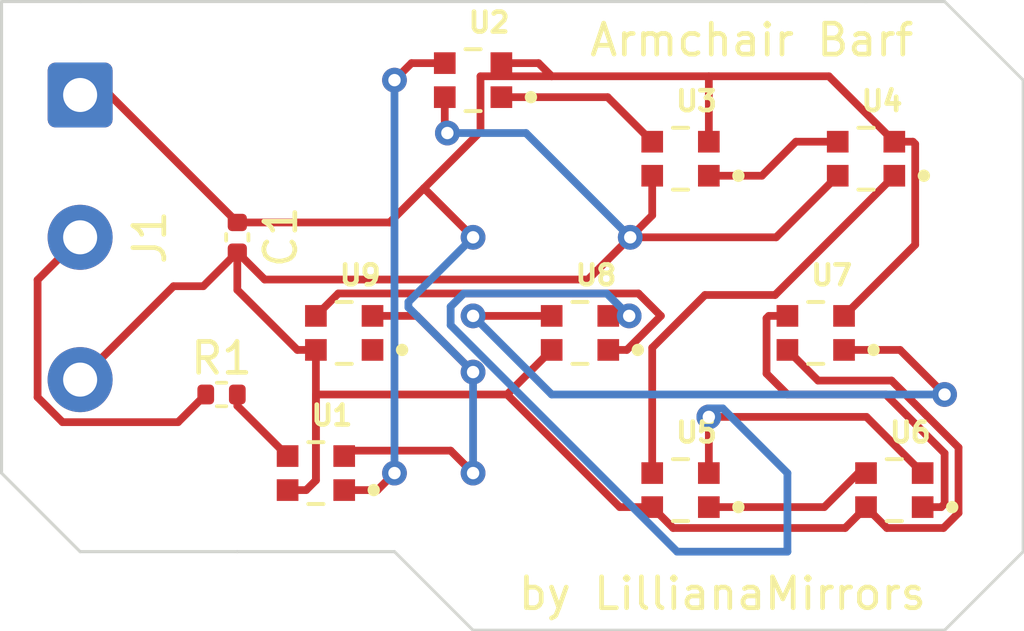
<source format=kicad_pcb>
(kicad_pcb (version 20221018) (generator pcbnew)
  (layers (0 "F.Cu" signal) (31 "B.Cu" signal) (34 "B.Paste" user) (35 "F.Paste" user) (36 "B.SilkS" user "B.Silkscreen") (37 "F.SilkS" user "F.Silkscreen") (38 "B.Mask" user) (39 "F.Mask" user) (44 "Edge.Cuts" user))
  (net 0 "")
  (net 1 "Net-(J1-Pin_3)")
  (net 2 "Net-(J1-Pin_1)")
  (net 3 "Net-(J1-Pin_2)")
  (net 4 "Net-(U1-DI)")
  (net 5 "Net-(U1-DO)")
  (net 6 "Net-(U2-DO)")
  (net 7 "Net-(U3-DO)")
  (net 8 "Net-(U4-DO)")
  (net 9 "Net-(U5-DO)")
  (net 10 "Net-(U6-DO)")
  (net 11 "Net-(U7-DO)")
  (net 12 "Net-(U8-DO)")
  (footprint "WS2812-2020:LED_WS2812-2020" (layer "F.Cu") (at 163.475 97.07)
    (fp_text reference "U9" (at 0.517 -1.86247) (layer "F.SilkS") (effects (font (size 0.64 0.64))))
    (fp_text value "WS2812-2020" hide)
    (fp_line (start 0.245 -1) (end -0.245 -1) (stroke (width 0.127)) (layer "F.SilkS"))
    (fp_line (start 0.245 1) (end -0.245 1) (stroke (width 0.127)) (layer "F.SilkS"))
    (fp_circle (center 1.87 0.55) (end 1.97 0.55) (stroke (width 0.2)) (fill none) (layer "F.SilkS"))
    (pad "1" smd rect (at 0.915 0.55) (size 0.7 0.7) (layers "F.Cu" "F.Paste" "F.Mask"))
    (pad "2" smd rect (at 0.915 -0.55) (size 0.7 0.7) (layers "F.Cu" "F.Paste" "F.Mask") (net 2 "Net-(J1-Pin_1)"))
    (pad "3" smd rect (at -0.915 -0.55) (size 0.7 0.7) (layers "F.Cu" "F.Paste" "F.Mask") (net 12 "Net-(U8-DO)"))
    (pad "4" smd rect (at -0.915 0.55) (size 0.7 0.7) (layers "F.Cu" "F.Paste" "F.Mask") (net 1 "Net-(J1-Pin_3)"))
  )
  (footprint "WS2812-2020:LED_WS2812-2020" (layer "F.Cu") (at 162.56 101.6)
    (fp_text reference "U1" (at 0.517 -1.86247) (layer "F.SilkS") (effects (font (size 0.64 0.64))))
    (fp_text value "WS2812-2020" hide)
    (fp_line (start 0.245 -1) (end -0.245 -1) (stroke (width 0.127)) (layer "F.SilkS"))
    (fp_line (start 0.245 1) (end -0.245 1) (stroke (width 0.127)) (layer "F.SilkS"))
    (fp_circle (center 1.87 0.55) (end 1.97 0.55) (stroke (width 0.2)) (fill none) (layer "F.SilkS"))
    (pad "1" smd rect (at 0.915 0.55) (size 0.7 0.7) (layers "F.Cu" "F.Paste" "F.Mask") (net 5 "Net-(U1-DO)"))
    (pad "2" smd rect (at 0.915 -0.55) (size 0.7 0.7) (layers "F.Cu" "F.Paste" "F.Mask") (net 2 "Net-(J1-Pin_1)"))
    (pad "3" smd rect (at -0.915 -0.55) (size 0.7 0.7) (layers "F.Cu" "F.Paste" "F.Mask") (net 4 "Net-(U1-DI)"))
    (pad "4" smd rect (at -0.915 0.55) (size 0.7 0.7) (layers "F.Cu" "F.Paste" "F.Mask") (net 1 "Net-(J1-Pin_3)"))
  )
  (footprint "WS2812-2020:LED_WS2812-2020" (layer "F.Cu") (at 167.64 88.9)
    (fp_text reference "U2" (at 0.517 -1.86247) (layer "F.SilkS") (effects (font (size 0.64 0.64))))
    (fp_text value "WS2812-2020" hide)
    (fp_line (start 0.245 -1) (end -0.245 -1) (stroke (width 0.127)) (layer "F.SilkS"))
    (fp_line (start 0.245 1) (end -0.245 1) (stroke (width 0.127)) (layer "F.SilkS"))
    (fp_circle (center 1.87 0.55) (end 1.97 0.55) (stroke (width 0.2)) (fill none) (layer "F.SilkS"))
    (pad "1" smd rect (at 0.915 0.55) (size 0.7 0.7) (layers "F.Cu" "F.Paste" "F.Mask") (net 6 "Net-(U2-DO)"))
    (pad "2" smd rect (at 0.915 -0.55) (size 0.7 0.7) (layers "F.Cu" "F.Paste" "F.Mask") (net 2 "Net-(J1-Pin_1)"))
    (pad "3" smd rect (at -0.915 -0.55) (size 0.7 0.7) (layers "F.Cu" "F.Paste" "F.Mask") (net 5 "Net-(U1-DO)"))
    (pad "4" smd rect (at -0.915 0.55) (size 0.7 0.7) (layers "F.Cu" "F.Paste" "F.Mask") (net 1 "Net-(J1-Pin_3)"))
  )
  (footprint "WS2812-2020:LED_WS2812-2020" (layer "F.Cu") (at 181.255 102.15)
    (fp_text reference "U6" (at 0.517 -1.86247) (layer "F.SilkS") (effects (font (size 0.64 0.64))))
    (fp_text value "WS2812-2020" hide)
    (fp_line (start 0.245 -1) (end -0.245 -1) (stroke (width 0.127)) (layer "F.SilkS"))
    (fp_line (start 0.245 1) (end -0.245 1) (stroke (width 0.127)) (layer "F.SilkS"))
    (fp_circle (center 1.87 0.55) (end 1.97 0.55) (stroke (width 0.2)) (fill none) (layer "F.SilkS"))
    (pad "1" smd rect (at 0.915 0.55) (size 0.7 0.7) (layers "F.Cu" "F.Paste" "F.Mask") (net 10 "Net-(U6-DO)"))
    (pad "2" smd rect (at 0.915 -0.55) (size 0.7 0.7) (layers "F.Cu" "F.Paste" "F.Mask") (net 2 "Net-(J1-Pin_1)"))
    (pad "3" smd rect (at -0.915 -0.55) (size 0.7 0.7) (layers "F.Cu" "F.Paste" "F.Mask") (net 9 "Net-(U5-DO)"))
    (pad "4" smd rect (at -0.915 0.55) (size 0.7 0.7) (layers "F.Cu" "F.Paste" "F.Mask") (net 1 "Net-(J1-Pin_3)"))
  )
  (footprint "WS2812-2020:LED_WS2812-2020" (layer "F.Cu") (at 174.345 102.15)
    (fp_text reference "U5" (at 0.517 -1.86247) (layer "F.SilkS") (effects (font (size 0.64 0.64))))
    (fp_text value "WS2812-2020" hide)
    (fp_line (start 0.245 -1) (end -0.245 -1) (stroke (width 0.127)) (layer "F.SilkS"))
    (fp_line (start 0.245 1) (end -0.245 1) (stroke (width 0.127)) (layer "F.SilkS"))
    (fp_circle (center 1.87 0.55) (end 1.97 0.55) (stroke (width 0.2)) (fill none) (layer "F.SilkS"))
    (pad "1" smd rect (at 0.915 0.55) (size 0.7 0.7) (layers "F.Cu" "F.Paste" "F.Mask") (net 9 "Net-(U5-DO)"))
    (pad "2" smd rect (at 0.915 -0.55) (size 0.7 0.7) (layers "F.Cu" "F.Paste" "F.Mask") (net 2 "Net-(J1-Pin_1)"))
    (pad "3" smd rect (at -0.915 -0.55) (size 0.7 0.7) (layers "F.Cu" "F.Paste" "F.Mask") (net 8 "Net-(U4-DO)"))
    (pad "4" smd rect (at -0.915 0.55) (size 0.7 0.7) (layers "F.Cu" "F.Paste" "F.Mask") (net 1 "Net-(J1-Pin_3)"))
  )
  (footprint "Capacitor_SMD:C_0402_1005Metric" (layer "F.Cu") (at 160.02 93.98 90)
    (fp_text reference "C1" (at 0.016872 1.404015 90) (layer "F.SilkS"))
    (fp_text value "C" hide)
    (fp_line (start -0.107836 -0.36) (end 0.107836 -0.36) (stroke (width 0.12)) (layer "F.SilkS"))
    (fp_line (start -0.107836 0.36) (end 0.107836 0.36) (stroke (width 0.12)) (layer "F.SilkS"))
    (pad "1" smd roundrect (at -0.48 0 90) (size 0.56 0.62) (layers "F.Cu" "F.Paste" "F.Mask") (net 1 "Net-(J1-Pin_3)"))
    (pad "2" smd roundrect (at 0.48 0 90) (size 0.56 0.62) (layers "F.Cu" "F.Paste" "F.Mask") (net 2 "Net-(J1-Pin_1)"))
  )
  (footprint "WS2812-2020:LED_WS2812-2020" (layer "F.Cu") (at 174.345 91.44)
    (fp_text reference "U3" (at 0.517 -1.86247) (layer "F.SilkS") (effects (font (size 0.64 0.64))))
    (fp_text value "WS2812-2020" hide)
    (fp_line (start 0.245 -1) (end -0.245 -1) (stroke (width 0.127)) (layer "F.SilkS"))
    (fp_line (start 0.245 1) (end -0.245 1) (stroke (width 0.127)) (layer "F.SilkS"))
    (fp_circle (center 1.87 0.55) (end 1.97 0.55) (stroke (width 0.2)) (fill none) (layer "F.SilkS"))
    (pad "1" smd rect (at 0.915 0.55) (size 0.7 0.7) (layers "F.Cu" "F.Paste" "F.Mask") (net 7 "Net-(U3-DO)"))
    (pad "2" smd rect (at 0.915 -0.55) (size 0.7 0.7) (layers "F.Cu" "F.Paste" "F.Mask") (net 2 "Net-(J1-Pin_1)"))
    (pad "3" smd rect (at -0.915 -0.55) (size 0.7 0.7) (layers "F.Cu" "F.Paste" "F.Mask") (net 6 "Net-(U2-DO)"))
    (pad "4" smd rect (at -0.915 0.55) (size 0.7 0.7) (layers "F.Cu" "F.Paste" "F.Mask") (net 1 "Net-(J1-Pin_3)"))
  )
  (footprint "WS2812-2020:LED_WS2812-2020" (layer "F.Cu") (at 178.715 97.07)
    (fp_text reference "U7" (at 0.517 -1.86247) (layer "F.SilkS") (effects (font (size 0.64 0.64))))
    (fp_text value "WS2812-2020" hide)
    (fp_line (start 0.245 -1) (end -0.245 -1) (stroke (width 0.127)) (layer "F.SilkS"))
    (fp_line (start 0.245 1) (end -0.245 1) (stroke (width 0.127)) (layer "F.SilkS"))
    (fp_circle (center 1.87 0.55) (end 1.97 0.55) (stroke (width 0.2)) (fill none) (layer "F.SilkS"))
    (pad "1" smd rect (at 0.915 0.55) (size 0.7 0.7) (layers "F.Cu" "F.Paste" "F.Mask") (net 11 "Net-(U7-DO)"))
    (pad "2" smd rect (at 0.915 -0.55) (size 0.7 0.7) (layers "F.Cu" "F.Paste" "F.Mask") (net 2 "Net-(J1-Pin_1)"))
    (pad "3" smd rect (at -0.915 -0.55) (size 0.7 0.7) (layers "F.Cu" "F.Paste" "F.Mask") (net 10 "Net-(U6-DO)"))
    (pad "4" smd rect (at -0.915 0.55) (size 0.7 0.7) (layers "F.Cu" "F.Paste" "F.Mask") (net 1 "Net-(J1-Pin_3)"))
  )
  (footprint "Connector_Wire:SolderWire-0.5sqmm_1x03_P4.6mm_D0.9mm_OD2.1mm" (layer "F.Cu") (at 154.94 89.38 -90)
    (fp_text reference "J1" (at 4.6 -2.25 90) (layer "F.SilkS"))
    (fp_text value "Conn_01x03_Socket" hide)
    (pad "1" thru_hole roundrect (at 0 0 270) (size 2.1 2.1) (drill 1.1) (layers "*.Cu" "*.Mask") (roundrect_rratio 0.119048) (net 2 "Net-(J1-Pin_1)"))
    (pad "2" thru_hole circle (at 4.6 0 270) (size 2.1 2.1) (drill 1.1) (layers "*.Cu" "*.Mask") (net 3 "Net-(J1-Pin_2)"))
    (pad "3" thru_hole circle (at 9.2 0 270) (size 2.1 2.1) (drill 1.1) (layers "*.Cu" "*.Mask") (net 1 "Net-(J1-Pin_3)"))
  )
  (footprint "Resistor_SMD:R_0402_1005Metric" (layer "F.Cu") (at 159.51 99.06)
    (fp_text reference "R1" (at 0 -1.17) (layer "F.SilkS"))
    (fp_text value "R" hide)
    (fp_line (start -0.153641 -0.38) (end 0.153641 -0.38) (stroke (width 0.12)) (layer "F.SilkS"))
    (fp_line (start -0.153641 0.38) (end 0.153641 0.38) (stroke (width 0.12)) (layer "F.SilkS"))
    (pad "1" smd roundrect (at -0.51 0) (size 0.54 0.64) (layers "F.Cu" "F.Paste" "F.Mask") (net 3 "Net-(J1-Pin_2)"))
    (pad "2" smd roundrect (at 0.51 0) (size 0.54 0.64) (layers "F.Cu" "F.Paste" "F.Mask") (net 4 "Net-(U1-DI)"))
  )
  (footprint "WS2812-2020:LED_WS2812-2020" (layer "F.Cu") (at 180.34 91.44)
    (fp_text reference "U4" (at 0.517 -1.86247) (layer "F.SilkS") (effects (font (size 0.64 0.64))))
    (fp_text value "WS2812-2020" hide)
    (fp_line (start 0.245 -1) (end -0.245 -1) (stroke (width 0.127)) (layer "F.SilkS"))
    (fp_line (start 0.245 1) (end -0.245 1) (stroke (width 0.127)) (layer "F.SilkS"))
    (fp_circle (center 1.87 0.55) (end 1.97 0.55) (stroke (width 0.2)) (fill none) (layer "F.SilkS"))
    (pad "1" smd rect (at 0.915 0.55) (size 0.7 0.7) (layers "F.Cu" "F.Paste" "F.Mask") (net 8 "Net-(U4-DO)"))
    (pad "2" smd rect (at 0.915 -0.55) (size 0.7 0.7) (layers "F.Cu" "F.Paste" "F.Mask") (net 2 "Net-(J1-Pin_1)"))
    (pad "3" smd rect (at -0.915 -0.55) (size 0.7 0.7) (layers "F.Cu" "F.Paste" "F.Mask") (net 7 "Net-(U3-DO)"))
    (pad "4" smd rect (at -0.915 0.55) (size 0.7 0.7) (layers "F.Cu" "F.Paste" "F.Mask") (net 1 "Net-(J1-Pin_3)"))
  )
  (footprint "WS2812-2020:LED_WS2812-2020" (layer "F.Cu") (at 171.095 97.07)
    (fp_text reference "U8" (at 0.517 -1.86247) (layer "F.SilkS") (effects (font (size 0.64 0.64))))
    (fp_text value "WS2812-2020" hide)
    (fp_line (start 0.245 -1) (end -0.245 -1) (stroke (width 0.127)) (layer "F.SilkS"))
    (fp_line (start 0.245 1) (end -0.245 1) (stroke (width 0.127)) (layer "F.SilkS"))
    (fp_circle (center 1.87 0.55) (end 1.97 0.55) (stroke (width 0.2)) (fill none) (layer "F.SilkS"))
    (pad "1" smd rect (at 0.915 0.55) (size 0.7 0.7) (layers "F.Cu" "F.Paste" "F.Mask") (net 12 "Net-(U8-DO)"))
    (pad "2" smd rect (at 0.915 -0.55) (size 0.7 0.7) (layers "F.Cu" "F.Paste" "F.Mask") (net 2 "Net-(J1-Pin_1)"))
    (pad "3" smd rect (at -0.915 -0.55) (size 0.7 0.7) (layers "F.Cu" "F.Paste" "F.Mask") (net 11 "Net-(U7-DO)"))
    (pad "4" smd rect (at -0.915 0.55) (size 0.7 0.7) (layers "F.Cu" "F.Paste" "F.Mask") (net 1 "Net-(J1-Pin_3)"))
  )
  (gr_line (start 182.88 106.68) (end 185.42 104.14) (stroke (width 0.1)) (layer "Edge.Cuts"))
  (gr_line (start 167.64 106.68) (end 165.1 104.14) (stroke (width 0.1)) (layer "Edge.Cuts"))
  (gr_line (start 160.02 104.14) (end 165.1 104.14) (stroke (width 0.1)) (layer "Edge.Cuts"))
  (gr_line (start 180.34 86.36) (end 154.94 86.36) (stroke (width 0.1)) (layer "Edge.Cuts"))
  (gr_line (start 154.94 104.14) (end 160.02 104.14) (stroke (width 0.1)) (layer "Edge.Cuts"))
  (gr_line (start 185.42 88.9) (end 182.88 86.36) (stroke (width 0.1)) (layer "Edge.Cuts"))
  (gr_line (start 152.4 86.36) (end 152.4 99.06) (stroke (width 0.1)) (layer "Edge.Cuts"))
  (gr_line (start 152.4 101.6) (end 154.94 104.14) (stroke (width 0.1)) (layer "Edge.Cuts"))
  (gr_line (start 185.42 104.14) (end 185.42 88.9) (stroke (width 0.1)) (layer "Edge.Cuts"))
  (gr_line (start 182.88 86.36) (end 180.34 86.36) (stroke (width 0.1)) (layer "Edge.Cuts"))
  (gr_line (start 154.94 86.36) (end 152.4 86.36) (stroke (width 0.1)) (layer "Edge.Cuts"))
  (gr_line (start 167.64 106.68) (end 182.88 106.68) (stroke (width 0.1)) (layer "Edge.Cuts"))
  (gr_line (start 152.4 99.06) (end 152.4 101.6) (stroke (width 0.1)) (layer "Edge.Cuts"))
  (gr_text "Armchair Barf\n" (at 171.334907 88.1888) (layer "F.SilkS") (effects (font (size 1 1)) (justify left bottom)))
  (gr_text "by LillianaMirrors\n" (at 169.028846 106.082132) (layer "F.SilkS") (effects (font (size 1 1)) (justify left bottom)))
  (segment (start 160.02 95.68) (end 161.96 97.62) (width 0.25) (layer "F.Cu") (net 1))
  (segment (start 181.166396 98.61) (end 183.33 100.773604) (width 0.25) (layer "F.Cu") (net 1))
  (segment (start 162.56 101.835) (end 162.245 102.15) (width 0.25) (layer "F.Cu") (net 1))
  (segment (start 160.02 94.46) (end 160.02 95.68) (width 0.25) (layer "F.Cu") (net 1))
  (segment (start 168.74 99.06) (end 170.18 97.62) (width 0.25) (layer "F.Cu") (net 1))
  (segment (start 181.015 103.375) (end 180.34 102.7) (width 0.25) (layer "F.Cu") (net 1))
  (segment (start 161.96 97.62) (end 162.56 97.62) (width 0.25) (layer "F.Cu") (net 1))
  (segment (start 180.34 102.7) (end 179.665 103.375) (width 0.25) (layer "F.Cu") (net 1))
  (segment (start 183.33 102.89) (end 182.845 103.375) (width 0.25) (layer "F.Cu") (net 1))
  (segment (start 172.38 102.7) (end 173.43 102.7) (width 0.25) (layer "F.Cu") (net 1))
  (segment (start 172.72 93.98) (end 171.355 95.345) (width 0.25) (layer "F.Cu") (net 1))
  (segment (start 171.355 95.345) (end 160.905 95.345) (width 0.25) (layer "F.Cu") (net 1))
  (segment (start 173.43 93.27) (end 172.72 93.98) (width 0.25) (layer "F.Cu") (net 1))
  (segment (start 183.33 100.773604) (end 183.33 102.89) (width 0.25) (layer "F.Cu") (net 1))
  (segment (start 173.43 91.99) (end 173.43 93.27) (width 0.25) (layer "F.Cu") (net 1))
  (segment (start 178.79 98.61) (end 181.166396 98.61) (width 0.25) (layer "F.Cu") (net 1))
  (segment (start 177.435 93.98) (end 172.72 93.98) (width 0.25) (layer "F.Cu") (net 1))
  (segment (start 158.92 95.56) (end 157.96 95.56) (width 0.25) (layer "F.Cu") (net 1))
  (segment (start 158.92 95.56) (end 160.02 94.46) (width 0.25) (layer "F.Cu") (net 1))
  (segment (start 168.74 99.06) (end 172.38 102.7) (width 0.25) (layer "F.Cu") (net 1))
  (segment (start 166.725 90.525) (end 166.809502 90.609502) (width 0.25) (layer "F.Cu") (net 1))
  (segment (start 157.96 95.56) (end 154.94 98.58) (width 0.25) (layer "F.Cu") (net 1))
  (segment (start 177.8 97.62) (end 178.79 98.61) (width 0.25) (layer "F.Cu") (net 1))
  (segment (start 166.725 89.45) (end 166.725 90.525) (width 0.25) (layer "F.Cu") (net 1))
  (segment (start 162.56 101.835) (end 162.56 99.06) (width 0.25) (layer "F.Cu") (net 1))
  (segment (start 182.845 103.375) (end 181.015 103.375) (width 0.25) (layer "F.Cu") (net 1))
  (segment (start 160.905 95.345) (end 160.02 94.46) (width 0.25) (layer "F.Cu") (net 1))
  (segment (start 162.56 99.06) (end 168.74 99.06) (width 0.25) (layer "F.Cu") (net 1))
  (segment (start 179.425 91.99) (end 177.435 93.98) (width 0.25) (layer "F.Cu") (net 1))
  (segment (start 174.105 103.375) (end 173.43 102.7) (width 0.25) (layer "F.Cu") (net 1))
  (segment (start 162.56 97.62) (end 162.56 101.835) (width 0.25) (layer "F.Cu") (net 1))
  (segment (start 179.665 103.375) (end 174.105 103.375) (width 0.25) (layer "F.Cu") (net 1))
  (segment (start 162.245 102.15) (end 161.645 102.15) (width 0.25) (layer "F.Cu") (net 1))
  (via (at 166.809502 90.609502) (size 0.8) (drill 0.4) (layers "F.Cu" "B.Cu") (net 1))
  (via (at 172.72 93.98) (size 0.8) (drill 0.4) (layers "F.Cu" "B.Cu") (net 1))
  (segment (start 169.349502 90.609502) (end 172.72 93.98) (width 0.25) (layer "B.Cu") (net 1))
  (segment (start 166.809502 90.609502) (end 169.349502 90.609502) (width 0.25) (layer "B.Cu") (net 1))
  (segment (start 160.02 93.5) (end 155.9 89.38) (width 0.25) (layer "F.Cu") (net 2))
  (segment (start 182.17 101.6) (end 180.3545 99.7845) (width 0.25) (layer "F.Cu") (net 2))
  (segment (start 175.26 90.89) (end 175.26 88.775) (width 0.25) (layer "F.Cu") (net 2))
  (segment (start 166.051802 92.391802) (end 164.943604 93.5) (width 0.25) (layer "F.Cu") (net 2))
  (segment (start 172.01 96.52) (end 172.685402 96.52) (width 0.25) (layer "F.Cu") (net 2))
  (segment (start 164.39 96.52) (end 165.8245 96.52) (width 0.25) (layer "F.Cu") (net 2))
  (segment (start 180.3545 99.7845) (end 175.26 99.7845) (width 0.25) (layer "F.Cu") (net 2))
  (segment (start 165.8245 96.52) (end 167.64 98.3355) (width 0.25) (layer "F.Cu") (net 2))
  (segment (start 181.255 90.89) (end 179.14 88.775) (width 0.25) (layer "F.Cu") (net 2))
  (segment (start 167.64 93.98) (end 166.051802 92.391802) (width 0.25) (layer "F.Cu") (net 2))
  (segment (start 179.63 96.52) (end 181.93 94.22) (width 0.25) (layer "F.Cu") (net 2))
  (segment (start 163.475 101.05) (end 163.65 100.875) (width 0.25) (layer "F.Cu") (net 2))
  (segment (start 170.18 88.775) (end 167.88 88.775) (width 0.25) (layer "F.Cu") (net 2))
  (segment (start 179.14 88.775) (end 175.26 88.775) (width 0.25) (layer "F.Cu") (net 2))
  (segment (start 175.26 88.775) (end 170.18 88.775) (width 0.25) (layer "F.Cu") (net 2))
  (segment (start 175.26 99.7845) (end 175.26 101.6) (width 0.25) (layer "F.Cu") (net 2))
  (segment (start 168.555 88.35) (end 169.755 88.35) (width 0.25) (layer "F.Cu") (net 2))
  (segment (start 163.65 100.875) (end 166.915 100.875) (width 0.25) (layer "F.Cu") (net 2))
  (segment (start 169.755 88.35) (end 170.18 88.775) (width 0.25) (layer "F.Cu") (net 2))
  (segment (start 166.915 100.875) (end 167.64 101.6) (width 0.25) (layer "F.Cu") (net 2))
  (segment (start 181.93 94.22) (end 181.93 90.965) (width 0.25) (layer "F.Cu") (net 2))
  (segment (start 167.88 88.775) (end 167.88 90.563604) (width 0.25) (layer "F.Cu") (net 2))
  (segment (start 164.943604 93.5) (end 160.02 93.5) (width 0.25) (layer "F.Cu") (net 2))
  (segment (start 167.88 90.563604) (end 166.051802 92.391802) (width 0.25) (layer "F.Cu") (net 2))
  (segment (start 155.9 89.38) (end 154.94 89.38) (width 0.25) (layer "F.Cu") (net 2))
  (segment (start 181.93 90.965) (end 181.855 90.89) (width 0.25) (layer "F.Cu") (net 2))
  (segment (start 181.855 90.89) (end 181.255 90.89) (width 0.25) (layer "F.Cu") (net 2))
  (via (at 172.685402 96.52) (size 0.8) (drill 0.4) (layers "F.Cu" "B.Cu") (net 2))
  (via (at 167.64 101.6) (size 0.8) (drill 0.4) (layers "F.Cu" "B.Cu") (net 2))
  (via (at 167.64 93.98) (size 0.8) (drill 0.4) (layers "F.Cu" "B.Cu") (net 2))
  (via (at 167.64 98.3355) (size 0.8) (drill 0.4) (layers "F.Cu" "B.Cu") (net 2))
  (via (at 175.26 99.7845) (size 0.8) (drill 0.4) (layers "F.Cu" "B.Cu") (net 2))
  (segment (start 175.71 99.51) (end 175.26 99.51) (width 0.25) (layer "B.Cu") (net 2))
  (segment (start 172.685402 96.52) (end 171.960402 95.795) (width 0.25) (layer "B.Cu") (net 2))
  (segment (start 167.64 101.6) (end 167.64 98.3355) (width 0.25) (layer "B.Cu") (net 2))
  (segment (start 166.915 96.219695) (end 166.915 96.820305) (width 0.25) (layer "B.Cu") (net 2))
  (segment (start 167.339695 95.795) (end 166.915 96.219695) (width 0.25) (layer "B.Cu") (net 2))
  (segment (start 177.8 101.6) (end 175.71 99.51) (width 0.25) (layer "B.Cu") (net 2))
  (segment (start 167.64 98.3355) (end 165.55 96.2455) (width 0.25) (layer "B.Cu") (net 2))
  (segment (start 165.55 96.2455) (end 165.55 96.07) (width 0.25) (layer "B.Cu") (net 2))
  (segment (start 174.234695 104.14) (end 177.8 104.14) (width 0.25) (layer "B.Cu") (net 2))
  (segment (start 166.915 96.820305) (end 174.234695 104.14) (width 0.25) (layer "B.Cu") (net 2))
  (segment (start 171.960402 95.795) (end 167.339695 95.795) (width 0.25) (layer "B.Cu") (net 2))
  (segment (start 165.55 96.07) (end 167.64 93.98) (width 0.25) (layer "B.Cu") (net 2))
  (segment (start 177.8 104.14) (end 177.8 101.6) (width 0.25) (layer "B.Cu") (net 2))
  (segment (start 175.26 99.51) (end 175.26 99.7845) (width 0.25) (layer "B.Cu") (net 2))
  (segment (start 153.565 99.149544) (end 153.565 95.355) (width 0.25) (layer "F.Cu") (net 3))
  (segment (start 158.105 99.955) (end 154.370456 99.955) (width 0.25) (layer "F.Cu") (net 3))
  (segment (start 159 99.06) (end 158.105 99.955) (width 0.25) (layer "F.Cu") (net 3))
  (segment (start 153.565 95.355) (end 154.94 93.98) (width 0.25) (layer "F.Cu") (net 3))
  (segment (start 154.370456 99.955) (end 153.565 99.149544) (width 0.25) (layer "F.Cu") (net 3))
  (segment (start 160.02 99.425) (end 161.645 101.05) (width 0.25) (layer "F.Cu") (net 4))
  (segment (start 160.02 99.06) (end 160.02 99.425) (width 0.25) (layer "F.Cu") (net 4))
  (segment (start 164.55 102.15) (end 165.1 101.6) (width 0.25) (layer "F.Cu") (net 5))
  (segment (start 165.65 88.35) (end 166.725 88.35) (width 0.25) (layer "F.Cu") (net 5))
  (segment (start 163.475 102.15) (end 164.55 102.15) (width 0.25) (layer "F.Cu") (net 5))
  (segment (start 165.1 88.9) (end 165.65 88.35) (width 0.25) (layer "F.Cu") (net 5))
  (via (at 165.1 88.9) (size 0.8) (drill 0.4) (layers "F.Cu" "B.Cu") (net 5))
  (via (at 165.1 101.6) (size 0.8) (drill 0.4) (layers "F.Cu" "B.Cu") (net 5))
  (segment (start 165.1 101.6) (end 165.1 88.9) (width 0.25) (layer "B.Cu") (net 5))
  (segment (start 171.99 89.45) (end 173.43 90.89) (width 0.25) (layer "F.Cu") (net 6))
  (segment (start 168.555 89.45) (end 171.99 89.45) (width 0.25) (layer "F.Cu") (net 6))
  (segment (start 178.075 90.89) (end 179.425 90.89) (width 0.25) (layer "F.Cu") (net 7))
  (segment (start 176.975 91.99) (end 178.075 90.89) (width 0.25) (layer "F.Cu") (net 7))
  (segment (start 175.26 91.99) (end 176.975 91.99) (width 0.25) (layer "F.Cu") (net 7))
  (segment (start 177.4 95.845) (end 175.135 95.845) (width 0.25) (layer "F.Cu") (net 8))
  (segment (start 173.43 97.55) (end 173.43 101.6) (width 0.25) (layer "F.Cu") (net 8))
  (segment (start 175.135 95.845) (end 173.43 97.55) (width 0.25) (layer "F.Cu") (net 8))
  (segment (start 181.255 91.99) (end 177.4 95.845) (width 0.25) (layer "F.Cu") (net 8))
  (segment (start 180.09 101.6) (end 180.34 101.6) (width 0.25) (layer "F.Cu") (net 9))
  (segment (start 178.99 102.7) (end 180.09 101.6) (width 0.25) (layer "F.Cu") (net 9))
  (segment (start 175.26 102.7) (end 178.99 102.7) (width 0.25) (layer "F.Cu") (net 9))
  (segment (start 182.77 102.7) (end 182.88 102.59) (width 0.25) (layer "F.Cu") (net 10))
  (segment (start 182.17 102.7) (end 182.77 102.7) (width 0.25) (layer "F.Cu") (net 10))
  (segment (start 182.88 102.59) (end 182.88 100.96) (width 0.25) (layer "F.Cu") (net 10))
  (segment (start 180.98 99.06) (end 177.8 99.06) (width 0.25) (layer "F.Cu") (net 10))
  (segment (start 177.8 99.06) (end 177.125 98.385) (width 0.25) (layer "F.Cu") (net 10))
  (segment (start 182.88 100.96) (end 180.98 99.06) (width 0.25) (layer "F.Cu") (net 10))
  (segment (start 177.125 96.595) (end 177.2 96.52) (width 0.25) (layer "F.Cu") (net 10))
  (segment (start 177.2 96.52) (end 177.8 96.52) (width 0.25) (layer "F.Cu") (net 10))
  (segment (start 177.125 98.385) (end 177.125 96.595) (width 0.25) (layer "F.Cu") (net 10))
  (segment (start 167.64 96.52) (end 170.18 96.52) (width 0.25) (layer "F.Cu") (net 11))
  (segment (start 181.44 97.62) (end 182.88 99.06) (width 0.25) (layer "F.Cu") (net 11))
  (segment (start 179.63 97.62) (end 181.44 97.62) (width 0.25) (layer "F.Cu") (net 11))
  (via (at 182.88 99.06) (size 0.8) (drill 0.4) (layers "F.Cu" "B.Cu") (net 11))
  (via (at 167.64 96.52) (size 0.8) (drill 0.4) (layers "F.Cu" "B.Cu") (net 11))
  (segment (start 182.88 99.06) (end 170.18 99.06) (width 0.25) (layer "B.Cu") (net 11))
  (segment (start 170.18 99.06) (end 167.64 96.52) (width 0.25) (layer "B.Cu") (net 11))
  (segment (start 172.61 97.62) (end 173.71 96.52) (width 0.25) (layer "F.Cu") (net 12))
  (segment (start 172.985 95.795) (end 163.285 95.795) (width 0.25) (layer "F.Cu") (net 12))
  (segment (start 163.285 95.795) (end 162.56 96.52) (width 0.25) (layer "F.Cu") (net 12))
  (segment (start 172.01 97.62) (end 172.61 97.62) (width 0.25) (layer "F.Cu") (net 12))
  (segment (start 173.71 96.52) (end 172.985 95.795) (width 0.25) (layer "F.Cu") (net 12))
)
</source>
